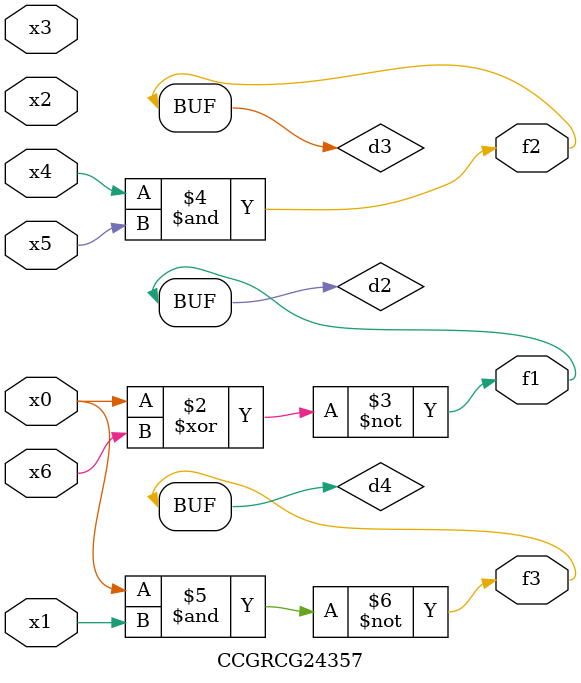
<source format=v>
module CCGRCG24357(
	input x0, x1, x2, x3, x4, x5, x6,
	output f1, f2, f3
);

	wire d1, d2, d3, d4;

	nor (d1, x0);
	xnor (d2, x0, x6);
	and (d3, x4, x5);
	nand (d4, x0, x1);
	assign f1 = d2;
	assign f2 = d3;
	assign f3 = d4;
endmodule

</source>
